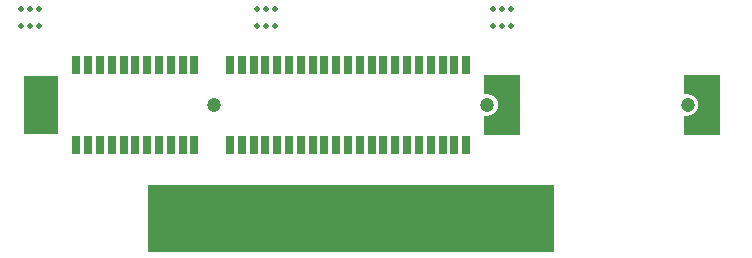
<source format=gbs>
G04 #@! TF.GenerationSoftware,KiCad,Pcbnew,7.0.10*
G04 #@! TF.CreationDate,2024-02-13T01:05:36+00:00*
G04 #@! TF.ProjectId,WYSE_5070_Riser,57595345-5f35-4303-9730-5f5269736572,rev?*
G04 #@! TF.SameCoordinates,Original*
G04 #@! TF.FileFunction,Soldermask,Bot*
G04 #@! TF.FilePolarity,Negative*
%FSLAX46Y46*%
G04 Gerber Fmt 4.6, Leading zero omitted, Abs format (unit mm)*
G04 Created by KiCad (PCBNEW 7.0.10) date 2024-02-13 01:05:36*
%MOMM*%
%LPD*%
G01*
G04 APERTURE LIST*
G04 Aperture macros list*
%AMFreePoly0*
4,1,25,2.100000,0.900000,1.800000,0.900000,1.705665,0.897535,1.521119,0.858308,1.348761,0.781569,1.196124,0.670672,1.069880,0.530464,0.975545,0.367071,0.917243,0.187636,0.900000,0.023576,0.900000,-0.023576,0.917243,-0.187636,0.975545,-0.367071,1.069880,-0.530464,1.196124,-0.670672,1.348761,-0.781569,1.521119,-0.858308,1.705665,-0.897535,1.800000,-0.900000,2.100000,-0.900000,
2.100000,-2.500000,-0.900000,-2.500000,-0.900000,2.500000,2.100000,2.500000,2.100000,0.900000,2.100000,0.900000,$1*%
G04 Aperture macros list end*
%ADD10C,0.000000*%
%ADD11R,0.700000X3.200000*%
%ADD12R,0.700000X4.300000*%
%ADD13C,0.500000*%
%ADD14C,1.200000*%
%ADD15FreePoly0,180.000000*%
%ADD16R,0.700000X1.600000*%
%ADD17R,3.000000X5.000000*%
G04 APERTURE END LIST*
D10*
G36*
X128850000Y-63450000D02*
G01*
X94450000Y-63450000D01*
X94450000Y-57800000D01*
X128850000Y-57800000D01*
X128850000Y-63450000D01*
G37*
D11*
X95100000Y-59400000D03*
D12*
X96100000Y-59950000D03*
X97100000Y-59950000D03*
X98100000Y-59950000D03*
X99100000Y-59950000D03*
X100100000Y-59950000D03*
X101100000Y-59950000D03*
X102100000Y-59950000D03*
X103100000Y-59950000D03*
X104100000Y-59950000D03*
X105100000Y-59950000D03*
X108100000Y-59950000D03*
X109100000Y-59950000D03*
X110100000Y-59950000D03*
X111100000Y-59950000D03*
X112100000Y-59950000D03*
X113100000Y-59950000D03*
X114100000Y-59950000D03*
X115100000Y-59950000D03*
X116100000Y-59950000D03*
X117100000Y-59950000D03*
X118100000Y-59950000D03*
X119100000Y-59950000D03*
X120100000Y-59950000D03*
X121100000Y-59950000D03*
X122100000Y-59950000D03*
X123100000Y-59950000D03*
X124100000Y-59950000D03*
X125100000Y-59950000D03*
X126100000Y-59950000D03*
X127100000Y-59950000D03*
X128100000Y-59950000D03*
D13*
X103700000Y-42850000D03*
X103700000Y-44350000D03*
X104450000Y-42850000D03*
X104450000Y-44350000D03*
X105200000Y-42850000D03*
X105200000Y-44350000D03*
X123700000Y-42850000D03*
X123700000Y-44350000D03*
X124450000Y-42850000D03*
X124450000Y-44350000D03*
X125200000Y-42850000D03*
X125200000Y-44350000D03*
X83700000Y-42850000D03*
X83700000Y-44350000D03*
X84450000Y-42850000D03*
X84450000Y-44350000D03*
X85200000Y-42850000D03*
X85200000Y-44350000D03*
D14*
X140200000Y-51000000D03*
D15*
X142000000Y-51000000D03*
D14*
X123200000Y-51000000D03*
X100050000Y-51000000D03*
D16*
X88400000Y-54400000D03*
X89400000Y-54400000D03*
X90400000Y-54400000D03*
X91400000Y-54400000D03*
X92400000Y-54400000D03*
X93400000Y-54400000D03*
X94400000Y-54400000D03*
X95400000Y-54400000D03*
X96400000Y-54400000D03*
X97400000Y-54400000D03*
X98400000Y-54400000D03*
X101400000Y-54400000D03*
X102400000Y-54400000D03*
X103400000Y-54400000D03*
X104400000Y-54400000D03*
X105400000Y-54400000D03*
X106400000Y-54400000D03*
X107400000Y-54400000D03*
X108400000Y-54400000D03*
X109400000Y-54400000D03*
X110400000Y-54400000D03*
X111400000Y-54400000D03*
X112400000Y-54400000D03*
X113400000Y-54400000D03*
X114400000Y-54400000D03*
X115400000Y-54400000D03*
X116400000Y-54400000D03*
X117400000Y-54400000D03*
X118400000Y-54400000D03*
X119400000Y-54400000D03*
X120400000Y-54400000D03*
X121400000Y-54400000D03*
X88400000Y-47600000D03*
X89400000Y-47600000D03*
X90400000Y-47600000D03*
X91400000Y-47600000D03*
X92400000Y-47600000D03*
X93400000Y-47600000D03*
X94400000Y-47600000D03*
X95400000Y-47600000D03*
X96400000Y-47600000D03*
X97400000Y-47600000D03*
X98400000Y-47600000D03*
X101400000Y-47600000D03*
X102400000Y-47600000D03*
X103400000Y-47600000D03*
X104400000Y-47600000D03*
X105400000Y-47600000D03*
X106400000Y-47600000D03*
X107400000Y-47600000D03*
X108400000Y-47600000D03*
X109400000Y-47600000D03*
X110400000Y-47600000D03*
X111400000Y-47600000D03*
X112400000Y-47600000D03*
X113400000Y-47600000D03*
X114400000Y-47600000D03*
X115400000Y-47600000D03*
X116400000Y-47600000D03*
X117400000Y-47600000D03*
X118400000Y-47600000D03*
X119400000Y-47600000D03*
X120400000Y-47600000D03*
X121400000Y-47600000D03*
D17*
X85400000Y-51000000D03*
D15*
X125000000Y-51000000D03*
M02*

</source>
